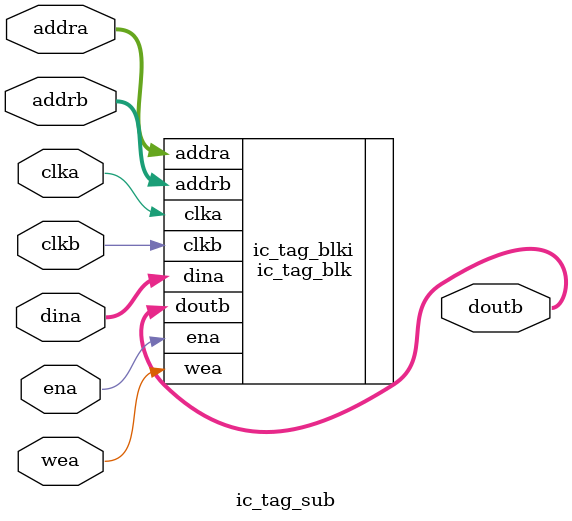
<source format=v>
/*******************************************************************************
*     This file is owned and controlled by Xilinx and must be used             *
*     solely for design, simulation, implementation and creation of            *
*     design files limited to Xilinx devices or technologies. Use              *
*     with non-Xilinx devices or technologies is expressly prohibited          *
*     and immediately terminates your license.                                 *
*                                                                              *
*     XILINX IS PROVIDING THIS DESIGN, CODE, OR INFORMATION "AS IS"            *
*     SOLELY FOR USE IN DEVELOPING PROGRAMS AND SOLUTIONS FOR                  *
*     XILINX DEVICES.  BY PROVIDING THIS DESIGN, CODE, OR INFORMATION          *
*     AS ONE POSSIBLE IMPLEMENTATION OF THIS FEATURE, APPLICATION              *
*     OR STANDARD, XILINX IS MAKING NO REPRESENTATION THAT THIS                *
*     IMPLEMENTATION IS FREE FROM ANY CLAIMS OF INFRINGEMENT,                  *
*     AND YOU ARE RESPONSIBLE FOR OBTAINING ANY RIGHTS YOU MAY REQUIRE         *
*     FOR YOUR IMPLEMENTATION.  XILINX EXPRESSLY DISCLAIMS ANY                 *
*     WARRANTY WHATSOEVER WITH RESPECT TO THE ADEQUACY OF THE                  *
*     IMPLEMENTATION, INCLUDING BUT NOT LIMITED TO ANY WARRANTIES OR           *
*     REPRESENTATIONS THAT THIS IMPLEMENTATION IS FREE FROM CLAIMS OF          *
*     INFRINGEMENT, IMPLIED WARRANTIES OF MERCHANTABILITY AND FITNESS          *
*     FOR A PARTICULAR PURPOSE.                                                *
*                                                                              *
*     Xilinx products are not intended for use in life support                 *
*     appliances, devices, or systems. Use in such applications are            *
*     expressly prohibited.                                                    *
*                                                                              *
*     (c) Copyright 1995-2009 Xilinx, Inc.                                     *
*     All rights reserved.                                                     *
*******************************************************************************/
// The synthesis directives "translate_off/translate_on" specified below are
// supported by Xilinx, Mentor Graphics and Synplicity synthesis
// tools. Ensure they are correct for your synthesis tool(s).

// You must compile the wrapper file ic_tag_blk.v when simulating
// the core, ic_tag_blk. When compiling the wrapper file, be sure to
// reference the XilinxCoreLib Verilog simulation library. For detailed
// instructions, please refer to the "CORE Generator Help".

`timescale 1ns/1ps

module ic_tag_sub(
	clka,
	ena,
	wea,
	addra,
	dina,
	clkb,
	addrb,
	doutb);


input clka;
input ena;
input [0 : 0] wea;
input [8 : 0] addra;
input [19 : 0] dina;
input clkb;
input [8 : 0] addrb;
output [19 : 0] doutb;

ic_tag_blk ic_tag_blki(
	.clka(clka),
	.ena(ena),
	.wea(wea),
	.addra(addra),
	.dina(dina),
	.clkb(clkb),
	.addrb(addrb),
	.doutb(doutb));

endmodule


</source>
